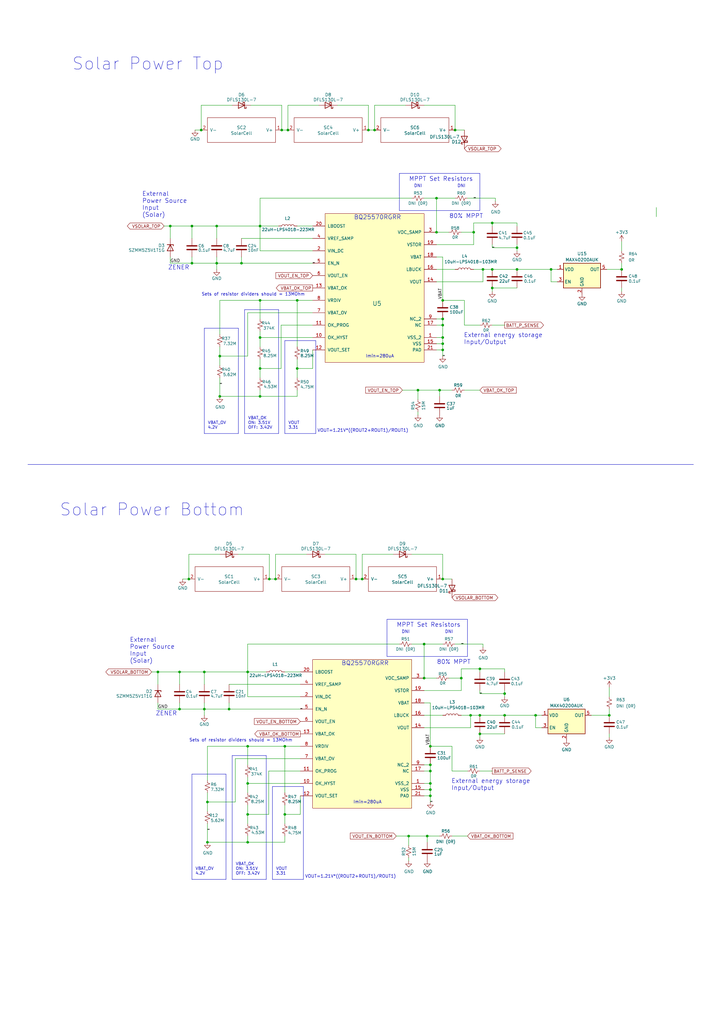
<source format=kicad_sch>
(kicad_sch (version 20231120) (generator "eeschema") (generator_version "8.0")
  (paper "A3" portrait)
  (title_block (title "ChipSat") (date "2024-04-16") (rev "1") (company "RExLab Carnegie Mellon University") (comment 1 "Z.Manchester") (comment 2 "N.Khera") (comment 3 "M.Holliday") (comment 4 "K.Kanavouras"))
  (lib_symbols
    (symbol "Analog_Switch:MAX40200AUK"
      (property "Reference" "U" (at -6.35 6.35 0))
      (property "Value" "MAX40200AUK" (at 7.62 6.35 0))
      (symbol "MAX40200AUK_1_1"
        (pin power_in line (at -10.16 2.54 0) (length 2.54) (name "VDD") (number "1"))
        (pin power_in line (at 0 -7.62 90) (length 2.54) (name "GND") (number "2"))
        (pin input line (at -10.16 -2.54 0) (length 2.54) (name "EN") (number "3"))
        (pin no_connect line (at 7.62 -2.54 180) (length 2.54) hide (name "NC") (number "4"))
        (pin passive line (at 10.16 2.54 180) (length 2.54) (name "OUT") (number "5"))
      )
    )
    (symbol "Device:C" (pin_numbers hide) (pin_names (offset 0.254))
      (property "Reference" "C" (at 0.635 2.54 0))
      (property "Value" "C" (at 0.635 -2.54 0))
      (symbol "C_1_1"
        (pin passive line (at 0 3.81 270) (length 2.794) (name "~") (number "1"))
        (pin passive line (at 0 -3.81 90) (length 2.794) (name "~") (number "2"))
      )
    )
    (symbol "Device:D_Schottky" (pin_numbers hide) (pin_names (offset 1.016) hide)
      (property "Reference" "D" (at 0 2.54 0))
      (property "Value" "D_Schottky" (at 0 -2.54 0))
      (symbol "D_Schottky_1_1"
        (pin passive line (at -3.81 0 0) (length 2.54) (name "K") (number "1"))
        (pin passive line (at 3.81 0 180) (length 2.54) (name "A") (number "2"))
      )
    )
    (symbol "Device:L" (pin_numbers hide) (pin_names (offset 1.016) hide)
      (property "Reference" "L" (at -1.27 0 90))
      (property "Value" "L" (at 1.905 0 90))
      (symbol "L_1_1"
        (pin passive line (at 0 3.81 270) (length 1.27) (name "1") (number "1"))
        (pin passive line (at 0 -3.81 90) (length 1.27) (name "2") (number "2"))
      )
    )
    (symbol "Device:R_Small_US" (pin_numbers hide) (pin_names (offset 0.254) hide)
      (property "Reference" "R" (at 0.762 0.508 0))
      (property "Value" "R_Small_US" (at 0.762 -1.016 0))
      (symbol "R_Small_US_1_1"
        (pin passive line (at 0 2.54 270) (length 1.016) (name "~") (number "1"))
        (pin passive line (at 0 -2.54 90) (length 1.016) (name "~") (number "2"))
      )
    )
    (symbol "Diode:Z1SMAxxx" (pin_numbers hide) (pin_names hide)
      (property "Reference" "D" (at 0 2.54 0))
      (property "Value" "Z1SMAxxx" (at 0 -2.54 0))
      (symbol "Z1SMAxxx_1_1"
        (pin passive line (at -3.81 0 0) (length 2.54) (name "K") (number "1"))
        (pin passive line (at 3.81 0 180) (length 2.54) (name "A") (number "2"))
      )
    )
    (symbol "power:+3V3" (power) (pin_names (offset 0))
      (property "Value" "+3V3" (at 0 3.556 0))
      (symbol "+3V3_1_1"
        (pin power_in line (at 0 0 90) (length 0) hide (name "+3V3") (number "1"))
      )
    )
    (symbol "power:GND" (power) (pin_names (offset 0))
      (property "Value" "GND" (at 0 -3.81 0))
      (symbol "GND_1_1"
        (pin power_in line (at 0 0 270) (length 0) hide (name "GND") (number "1"))
      )
    )
    (symbol "solarpanels:BQ25570RGRR" (pin_names (offset 1.016))
      (property "Reference" "U" (at 0 3.81 0))
      (property "Value" "BQ25570RGRR" (at 0 0 0))
      (symbol "BQ25570RGRR_1_0"
        (pin power_in line (at 25.4 -20.32 180) (length 5.08) (name "VSS_2") (number "1"))
        (pin input line (at -25.4 -20.32 0) (length 5.08) (name "OK_HYST") (number "10"))
        (pin input line (at -25.4 -15.24 0) (length 5.08) (name "OK_PROG") (number "11"))
        (pin input line (at -25.4 -25.4 0) (length 5.08) (name "VOUT_SET") (number "12"))
        (pin output line (at -25.4 0 0) (length 5.08) (name "VBAT_OK") (number "13"))
        (pin power_in line (at 25.4 2.54 180) (length 5.08) (name "VOUT") (number "14"))
        (pin power_in line (at 25.4 -22.86 180) (length 5.08) (name "VSS") (number "15"))
        (pin passive line (at 25.4 7.62 180) (length 5.08) (name "LBUCK") (number "16"))
        (pin passive line (at 25.4 -15.24 180) (length 5.08) (name "NC") (number "17"))
        (pin bidirectional line (at 25.4 12.7 180) (length 5.08) (name "VBAT") (number "18"))
        (pin power_in line (at 25.4 17.78 180) (length 5.08) (name "VSTOR") (number "19"))
        (pin power_in line (at -25.4 15.24 0) (length 5.08) (name "VIN_DC") (number "2"))
        (pin input line (at -25.4 25.4 0) (length 5.08) (name "LBOOST") (number "20"))
        (pin power_in line (at 25.4 -25.4 180) (length 5.08) (name "PAD") (number "21"))
        (pin input line (at 25.4 22.86 180) (length 5.08) (name "VOC_SAMP") (number "3"))
        (pin input line (at -25.4 20.32 0) (length 5.08) (name "VREF_SAMP") (number "4"))
        (pin input line (at -25.4 10.16 0) (length 5.08) (name "EN_N") (number "5"))
        (pin input line (at -25.4 5.08 0) (length 5.08) (name "VOUT_EN") (number "6"))
        (pin input line (at -25.4 -10.16 0) (length 5.08) (name "VBAT_OV") (number "7"))
        (pin output line (at -25.4 -5.08 0) (length 5.08) (name "VRDIV") (number "8"))
        (pin power_in line (at 25.4 -12.7 180) (length 5.08) (name "NC_2") (number "9"))
      )
    )
    (symbol "solarpanels:SolarCell_Small" (pin_names (offset 1.016))
      (property "Reference" "SC" (at 0 -1.27 0))
      (property "Value" "SolarCell_Small" (at 0 1.27 0))
      (symbol "SolarCell_Small_1_1"
        (pin bidirectional line (at -16.51 0 0) (length 2.54) (name "V+") (number "1"))
        (pin bidirectional line (at 16.51 0 180) (length 2.54) (name "V-") (number "2"))
      )
    )
  )
  (junction (at 181.61 237.49))
  (junction (at 121.92 151.13))
  (junction (at 121.92 123.19))
  (junction (at 101.6 275.59))
  (junction (at 82.55 53.34))
  (junction (at 85.09 328.93))
  (junction (at 189.23 278.13))
  (junction (at 83.82 290.83))
  (junction (at 196.85 300.99))
  (junction (at 78.74 92.71))
  (junction (at 207.01 284.48))
  (junction (at 219.71 293.37))
  (junction (at 181.61 130.81))
  (junction (at 73.66 290.83))
  (junction (at 176.53 316.23))
  (junction (at 148.59 237.49))
  (junction (at 194.31 95.25))
  (junction (at 64.77 275.59))
  (junction (at 201.93 118.11))
  (junction (at 113.03 237.49))
  (junction (at 180.34 160.02))
  (junction (at 175.26 342.9))
  (junction (at 179.07 95.25))
  (junction (at 153.67 53.34))
  (junction (at 212.09 101.6))
  (junction (at 176.53 326.39))
  (junction (at 106.68 151.13))
  (junction (at 176.53 323.85))
  (junction (at 101.6 321.31))
  (junction (at 198.12 110.49))
  (junction (at 181.61 123.19))
  (junction (at 69.85 92.71))
  (junction (at 78.74 107.95))
  (junction (at 99.06 107.95))
  (junction (at 249.936 293.37))
  (junction (at 93.98 290.83))
  (junction (at 201.93 91.44))
  (junction (at 101.6 306.07))
  (junction (at 201.93 110.49))
  (junction (at 101.6 345.44))
  (junction (at 181.61 133.35))
  (junction (at 110.49 237.49))
  (junction (at 176.53 306.07))
  (junction (at 181.61 140.97))
  (junction (at 193.04 293.37))
  (junction (at 173.99 264.16))
  (junction (at 101.6 334.01))
  (junction (at 181.61 138.43))
  (junction (at 85.09 345.44))
  (junction (at 115.57 53.34))
  (junction (at 176.53 321.31))
  (junction (at 226.06 110.49))
  (junction (at 207.01 293.37))
  (junction (at 106.68 123.19))
  (junction (at 90.17 162.56))
  (junction (at 77.47 237.49))
  (junction (at 151.13 53.34))
  (junction (at 212.09 110.49))
  (junction (at 173.99 278.13))
  (junction (at 83.82 275.59))
  (junction (at 116.84 334.01))
  (junction (at 196.85 274.32))
  (junction (at 181.61 143.51))
  (junction (at 106.68 138.43))
  (junction (at 146.05 237.49))
  (junction (at 88.9 92.71))
  (junction (at 106.68 162.56))
  (junction (at 73.66 275.59))
  (junction (at 196.85 293.37))
  (junction (at 118.11 53.34))
  (junction (at 255.016 110.49))
  (junction (at 116.84 306.07))
  (junction (at 167.64 342.9))
  (junction (at 88.9 107.95))
  (junction (at 179.07 81.28))
  (junction (at 176.53 313.69))
  (junction (at 171.45 160.02))
  (junction (at 186.69 53.34))
  (junction (at 106.68 92.71))
  (junction (at 90.17 146.05))
  (wire (pts (xy 194.31 100.33) (xy 179.07 100.33)))
  (polyline (pts (xy 158.75 254) (xy 191.77 254)))
  (wire (pts (xy 173.99 298.45) (xy 193.04 298.45)))
  (wire (pts (xy 101.6 275.59) (xy 109.22 275.59)))
  (polyline (pts (xy 109.22 309.88) (xy 109.22 360.68)))
  (wire (pts (xy 181.61 133.35) (xy 181.61 130.81)))
  (wire (pts (xy 212.09 102.87) (xy 212.09 101.6)))
  (wire (pts (xy 201.93 118.11) (xy 212.09 118.11)))
  (wire (pts (xy 88.9 107.95) (xy 88.9 110.49)))
  (wire (pts (xy 101.6 128.27) (xy 128.27 128.27)))
  (wire (pts (xy 242.57 293.37) (xy 249.936 293.37)))
  (polyline (pts (xy 97.79 177.8) (xy 83.82 177.8)))
  (wire (pts (xy 113.03 227.33) (xy 125.73 227.33)))
  (polyline (pts (xy 116.84 139.7) (xy 129.54 139.7)))
  (wire (pts (xy 167.64 342.9) (xy 167.64 346.71)))
  (wire (pts (xy 181.61 123.19) (xy 181.61 105.41)))
  (wire (pts (xy 77.47 227.33) (xy 90.17 227.33)))
  (wire (pts (xy 167.64 353.06) (xy 167.64 351.79)))
  (polyline (pts (xy 97.79 134.62) (xy 97.79 177.8)))
  (polyline (pts (xy 111.76 360.68) (xy 111.76 322.58)))
  (wire (pts (xy 78.74 92.71) (xy 78.74 97.79)))
  (wire (pts (xy 196.85 284.48) (xy 207.01 284.48)))
  (wire (pts (xy 167.64 342.9) (xy 175.26 342.9)))
  (wire (pts (xy 101.6 306.07) (xy 85.09 306.07)))
  (wire (pts (xy 96.52 311.15) (xy 123.19 311.15)))
  (wire (pts (xy 193.04 298.45) (xy 193.04 293.37)))
  (wire (pts (xy 99.06 105.41) (xy 99.06 107.95)))
  (wire (pts (xy 121.92 92.71) (xy 128.27 92.71)))
  (wire (pts (xy 191.77 81.28) (xy 203.2 81.28)))
  (wire (pts (xy 64.77 290.83) (xy 73.66 290.83)))
  (polyline (pts (xy 95.25 360.68) (xy 95.25 309.88)))
  (wire (pts (xy 106.68 102.87) (xy 128.27 102.87)))
  (wire (pts (xy 101.6 264.16) (xy 101.6 275.59)))
  (wire (pts (xy 176.53 328.93) (xy 176.53 326.39)))
  (wire (pts (xy 185.42 316.23) (xy 191.77 316.23)))
  (wire (pts (xy 194.31 91.44) (xy 201.93 91.44)))
  (wire (pts (xy 133.35 227.33) (xy 146.05 227.33)))
  (wire (pts (xy 181.61 146.05) (xy 181.61 143.51)))
  (polyline (pts (xy 83.82 134.62) (xy 97.79 134.62)))
  (polyline (pts (xy 196.85 86.36) (xy 163.83 86.36)))
  (wire (pts (xy 189.23 274.32) (xy 189.23 278.13)))
  (wire (pts (xy 194.31 91.44) (xy 194.31 95.25)))
  (wire (pts (xy 189.23 278.13) (xy 189.23 283.21)))
  (polyline (pts (xy 158.75 269.24) (xy 158.75 254)))
  (wire (pts (xy 116.84 306.07) (xy 101.6 306.07)))
  (polyline (pts (xy 163.83 71.12) (xy 196.85 71.12)))
  (wire (pts (xy 113.03 237.49) (xy 113.03 227.33)))
  (polyline (pts (xy 92.71 317.5) (xy 92.71 360.68)))
  (wire (pts (xy 106.68 92.71) (xy 106.68 102.87)))
  (wire (pts (xy 93.98 288.29) (xy 93.98 290.83)))
  (wire (pts (xy 196.85 293.37) (xy 207.01 293.37)))
  (wire (pts (xy 101.6 321.31) (xy 123.19 321.31)))
  (wire (pts (xy 173.99 278.13) (xy 173.99 264.16)))
  (wire (pts (xy 185.42 316.23) (xy 185.42 306.07)))
  (wire (pts (xy 88.9 105.41) (xy 88.9 107.95)))
  (wire (pts (xy 83.82 290.83) (xy 93.98 290.83)))
  (wire (pts (xy 176.53 326.39) (xy 176.53 323.85)))
  (wire (pts (xy 123.19 334.01) (xy 123.19 326.39)))
  (wire (pts (xy 179.07 110.49) (xy 186.69 110.49)))
  (wire (pts (xy 121.92 160.02) (xy 121.92 162.56)))
  (polyline (pts (xy 163.83 86.36) (xy 163.83 71.12)))
  (polyline (pts (xy 78.74 360.68) (xy 78.74 317.5)))
  (wire (pts (xy 175.26 342.9) (xy 175.26 345.44)))
  (wire (pts (xy 115.316 133.35) (xy 128.27 133.35)))
  (wire (pts (xy 85.09 306.07) (xy 85.09 320.04)))
  (wire (pts (xy 173.99 278.13) (xy 179.07 278.13)))
  (wire (pts (xy 249.936 300.99) (xy 249.936 302.387)))
  (wire (pts (xy 85.09 345.44) (xy 101.6 345.44)))
  (wire (pts (xy 101.6 330.2) (xy 101.6 334.01)))
  (wire (pts (xy 162.56 342.9) (xy 167.64 342.9)))
  (wire (pts (xy 128.27 123.19) (xy 121.92 123.19)))
  (wire (pts (xy 101.6 264.16) (xy 163.83 264.16)))
  (polyline (pts (xy 191.77 269.24) (xy 158.75 269.24)))
  (wire (pts (xy 249.936 281.94) (xy 249.936 285.75)))
  (wire (pts (xy 101.6 321.31) (xy 101.6 325.12)))
  (wire (pts (xy 196.85 300.99) (xy 196.85 302.387)))
  (wire (pts (xy 83.82 275.59) (xy 101.6 275.59)))
  (wire (pts (xy 101.6 318.77) (xy 101.6 321.31)))
  (wire (pts (xy 185.42 342.9) (xy 191.77 342.9)))
  (wire (pts (xy 78.74 105.41) (xy 78.74 107.95)))
  (wire (pts (xy 201.93 101.6) (xy 212.09 101.6)))
  (wire (pts (xy 189.23 293.37) (xy 193.04 293.37)))
  (wire (pts (xy 110.236 334.01) (xy 110.236 316.23)))
  (wire (pts (xy 198.12 110.49) (xy 201.93 110.49)))
  (wire (pts (xy 198.12 115.57) (xy 198.12 110.49)))
  (wire (pts (xy 173.99 43.18) (xy 186.69 43.18)))
  (wire (pts (xy 179.07 115.57) (xy 198.12 115.57)))
  (wire (pts (xy 180.34 160.02) (xy 185.42 160.02)))
  (wire (pts (xy 219.71 298.45) (xy 219.71 293.37)))
  (wire (pts (xy 121.92 151.13) (xy 128.27 151.13)))
  (wire (pts (xy 106.68 160.02) (xy 106.68 162.56)))
  (polyline (pts (xy 116.84 177.8) (xy 116.84 139.7)))
  (wire (pts (xy 201.93 133.35) (xy 207.01 133.35)))
  (wire (pts (xy 207.01 275.59) (xy 207.01 274.32)))
  (wire (pts (xy 73.66 275.59) (xy 73.66 280.67)))
  (wire (pts (xy 121.92 151.13) (xy 121.92 154.94)))
  (polyline (pts (xy 124.46 322.58) (xy 124.46 360.68)))
  (wire (pts (xy 176.53 316.23) (xy 176.53 313.69)))
  (wire (pts (xy 168.91 227.33) (xy 181.61 227.33)))
  (wire (pts (xy 173.99 326.39) (xy 176.53 326.39)))
  (wire (pts (xy 181.61 227.33) (xy 181.61 237.49)))
  (wire (pts (xy 196.85 316.23) (xy 201.93 316.23)))
  (wire (pts (xy 184.15 278.13) (xy 189.23 278.13)))
  (wire (pts (xy 248.92 110.49) (xy 255.016 110.49)))
  (wire (pts (xy 201.93 92.71) (xy 201.93 91.44)))
  (wire (pts (xy 201.93 91.44) (xy 212.09 91.44)))
  (wire (pts (xy 116.84 342.9) (xy 116.84 345.44)))
  (wire (pts (xy 181.61 130.81) (xy 179.07 130.81)))
  (wire (pts (xy 196.85 300.99) (xy 207.01 300.99)))
  (wire (pts (xy 90.17 162.56) (xy 106.68 162.56)))
  (wire (pts (xy 123.19 280.67) (xy 93.98 280.67)))
  (wire (pts (xy 196.85 275.59) (xy 196.85 274.32)))
  (wire (pts (xy 201.93 118.11) (xy 201.93 119.507)))
  (wire (pts (xy 90.17 146.05) (xy 90.17 149.86)))
  (wire (pts (xy 186.69 264.16) (xy 198.12 264.16)))
  (wire (pts (xy 110.236 316.23) (xy 123.19 316.23)))
  (wire (pts (xy 176.53 313.69) (xy 173.99 313.69)))
  (wire (pts (xy 179.07 140.97) (xy 181.61 140.97)))
  (wire (pts (xy 106.68 151.13) (xy 106.68 154.94)))
  (wire (pts (xy 190.5 133.35) (xy 190.5 123.19)))
  (wire (pts (xy 179.07 143.51) (xy 181.61 143.51)))
  (polyline (pts (xy 129.54 139.7) (xy 129.54 177.8)))
  (wire (pts (xy 148.59 227.33) (xy 161.29 227.33)))
  (wire (pts (xy 173.99 264.16) (xy 181.61 264.16)))
  (wire (pts (xy 83.82 290.83) (xy 83.82 293.37)))
  (wire (pts (xy 175.26 342.9) (xy 180.34 342.9)))
  (wire (pts (xy 128.27 151.13) (xy 128.27 143.51)))
  (polyline (pts (xy 11.43 190.5) (xy 284.48 190.5)))
  (wire (pts (xy 106.68 138.43) (xy 128.27 138.43)))
  (wire (pts (xy 190.5 133.35) (xy 196.85 133.35)))
  (wire (pts (xy 203.2 81.28) (xy 203.2 82.55)))
  (wire (pts (xy 85.09 325.12) (xy 85.09 328.93)))
  (wire (pts (xy 212.09 100.33) (xy 212.09 101.6)))
  (wire (pts (xy 212.09 110.49) (xy 226.06 110.49)))
  (wire (pts (xy 115.57 43.18) (xy 115.57 53.34)))
  (wire (pts (xy 181.61 138.43) (xy 181.61 133.35)))
  (polyline (pts (xy 124.46 360.68) (xy 111.76 360.68)))
  (wire (pts (xy 185.42 306.07) (xy 176.53 306.07)))
  (wire (pts (xy 171.45 170.18) (xy 171.45 168.91)))
  (wire (pts (xy 121.92 123.19) (xy 106.68 123.19)))
  (wire (pts (xy 102.87 43.18) (xy 115.57 43.18)))
  (wire (pts (xy 171.45 160.02) (xy 180.34 160.02)))
  (wire (pts (xy 212.09 92.71) (xy 212.09 91.44)))
  (wire (pts (xy 82.55 53.34) (xy 82.55 43.18)))
  (wire (pts (xy 153.67 43.18) (xy 166.37 43.18)))
  (wire (pts (xy 93.98 290.83) (xy 123.19 290.83)))
  (wire (pts (xy 101.6 306.07) (xy 101.6 313.69)))
  (wire (pts (xy 118.11 43.18) (xy 130.81 43.18)))
  (wire (pts (xy 255.016 107.95) (xy 255.016 110.49)))
  (wire (pts (xy 78.74 92.71) (xy 88.9 92.71)))
  (polyline (pts (xy 92.71 360.68) (xy 78.74 360.68)))
  (wire (pts (xy 101.6 342.9) (xy 101.6 345.44)))
  (wire (pts (xy 146.05 237.49) (xy 148.59 237.49)))
  (wire (pts (xy 219.71 293.37) (xy 222.25 293.37)))
  (wire (pts (xy 115.316 151.13) (xy 115.316 133.35)))
  (wire (pts (xy 190.5 160.02) (xy 196.85 160.02)))
  (wire (pts (xy 189.23 283.21) (xy 173.99 283.21)))
  (wire (pts (xy 83.82 288.29) (xy 83.82 290.83)))
  (wire (pts (xy 207.01 285.75) (xy 207.01 284.48)))
  (wire (pts (xy 179.07 95.25) (xy 179.07 81.28)))
  (wire (pts (xy 196.85 274.32) (xy 207.01 274.32)))
  (wire (pts (xy 153.67 53.34) (xy 153.67 43.18)))
  (polyline (pts (xy 100.33 127) (xy 114.3 127)))
  (wire (pts (xy 181.61 143.51) (xy 181.61 140.97)))
  (polyline (pts (xy 129.54 177.8) (xy 116.84 177.8)))
  (wire (pts (xy 106.68 138.43) (xy 106.68 142.24)))
  (wire (pts (xy 88.9 92.71) (xy 106.68 92.71)))
  (wire (pts (xy 226.06 115.57) (xy 226.06 110.49)))
  (wire (pts (xy 255.016 99.06) (xy 255.016 102.87)))
  (polyline (pts (xy 196.85 71.12) (xy 196.85 86.36)))
  (wire (pts (xy 83.82 280.67) (xy 83.82 275.59)))
  (wire (pts (xy 106.68 162.56) (xy 121.92 162.56)))
  (polyline (pts (xy 191.77 254) (xy 191.77 269.24)))
  (wire (pts (xy 101.6 285.75) (xy 123.19 285.75)))
  (wire (pts (xy 90.17 123.19) (xy 90.17 137.16)))
  (wire (pts (xy 207.01 293.37) (xy 219.71 293.37)))
  (wire (pts (xy 69.85 105.41) (xy 69.85 107.95)))
  (wire (pts (xy 90.17 142.24) (xy 90.17 146.05)))
  (wire (pts (xy 67.31 92.71) (xy 69.85 92.71)))
  (wire (pts (xy 64.77 275.59) (xy 64.77 280.67)))
  (wire (pts (xy 180.34 160.02) (xy 180.34 162.56)))
  (polyline (pts (xy 78.74 317.5) (xy 92.71 317.5)))
  (wire (pts (xy 181.61 237.49) (xy 185.42 237.49)))
  (wire (pts (xy 226.06 110.49) (xy 228.6 110.49)))
  (wire (pts (xy 99.06 107.95) (xy 128.27 107.95)))
  (polyline (pts (xy 109.22 360.68) (xy 95.25 360.68)))
  (wire (pts (xy 62.23 275.59) (xy 64.77 275.59)))
  (wire (pts (xy 194.31 95.25) (xy 194.31 100.33)))
  (wire (pts (xy 146.05 227.33) (xy 146.05 237.49)))
  (wire (pts (xy 190.5 123.19) (xy 181.61 123.19)))
  (wire (pts (xy 88.9 97.79) (xy 88.9 92.71)))
  (wire (pts (xy 88.9 107.95) (xy 99.06 107.95)))
  (wire (pts (xy 193.04 293.37) (xy 196.85 293.37)))
  (wire (pts (xy 198.12 264.16) (xy 198.12 265.43)))
  (wire (pts (xy 97.79 227.33) (xy 110.49 227.33)))
  (wire (pts (xy 176.53 321.31) (xy 176.53 316.23)))
  (wire (pts (xy 73.66 275.59) (xy 83.82 275.59)))
  (wire (pts (xy 121.92 147.32) (xy 121.92 151.13)))
  (wire (pts (xy 96.52 328.93) (xy 96.52 311.15)))
  (wire (pts (xy 106.68 147.32) (xy 106.68 151.13)))
  (wire (pts (xy 165.1 160.02) (xy 171.45 160.02)))
  (wire (pts (xy 186.69 53.34) (xy 190.5 53.34)))
  (wire (pts (xy 269.24 85.09) (xy 269.24 88.9)))
  (wire (pts (xy 228.6 115.57) (xy 226.06 115.57)))
  (wire (pts (xy 74.93 237.49) (xy 77.47 237.49)))
  (wire (pts (xy 118.11 53.34) (xy 118.11 43.18)))
  (wire (pts (xy 196.85 283.21) (xy 196.85 284.48)))
  (wire (pts (xy 176.53 306.07) (xy 176.53 288.29)))
  (wire (pts (xy 106.68 123.19) (xy 106.68 130.81)))
  (wire (pts (xy 148.59 237.49) (xy 148.59 227.33)))
  (wire (pts (xy 106.68 81.28) (xy 168.91 81.28)))
  (wire (pts (xy 194.31 110.49) (xy 198.12 110.49)))
  (wire (pts (xy 101.6 345.44) (xy 116.84 345.44)))
  (wire (pts (xy 101.6 334.01) (xy 110.236 334.01)))
  (wire (pts (xy 222.25 298.45) (xy 219.71 298.45)))
  (wire (pts (xy 73.66 290.83) (xy 83.82 290.83)))
  (wire (pts (xy 121.92 123.19) (xy 121.92 142.24)))
  (wire (pts (xy 116.84 330.2) (xy 116.84 334.01)))
  (wire (pts (xy 69.85 92.71) (xy 69.85 97.79)))
  (wire (pts (xy 128.27 97.79) (xy 99.06 97.79)))
  (wire (pts (xy 101.6 146.05) (xy 101.6 128.27)))
  (wire (pts (xy 173.99 321.31) (xy 176.53 321.31)))
  (polyline (pts (xy 100.33 177.8) (xy 100.33 127)))
  (wire (pts (xy 189.23 95.25) (xy 194.31 95.25)))
  (wire (pts (xy 138.43 43.18) (xy 151.13 43.18)))
  (wire (pts (xy 171.45 160.02) (xy 171.45 163.83)))
  (wire (pts (xy 106.68 135.89) (xy 106.68 138.43)))
  (wire (pts (xy 90.17 146.05) (xy 101.6 146.05)))
  (wire (pts (xy 123.19 306.07) (xy 116.84 306.07)))
  (wire (pts (xy 77.47 237.49) (xy 77.47 227.33)))
  (wire (pts (xy 173.99 293.37) (xy 181.61 293.37)))
  (wire (pts (xy 255.016 118.11) (xy 255.016 119.507)))
  (wire (pts (xy 189.23 274.32) (xy 196.85 274.32)))
  (wire (pts (xy 186.69 43.18) (xy 186.69 53.34)))
  (wire (pts (xy 179.07 133.35) (xy 181.61 133.35)))
  (wire (pts (xy 181.61 140.97) (xy 181.61 138.43)))
  (wire (pts (xy 64.77 288.29) (xy 64.77 290.83)))
  (wire (pts (xy 73.66 288.29) (xy 73.66 290.83)))
  (wire (pts (xy 181.61 105.41) (xy 179.07 105.41)))
  (wire (pts (xy 101.6 334.01) (xy 101.6 337.82)))
  (wire (pts (xy 207.01 283.21) (xy 207.01 284.48)))
  (wire (pts (xy 176.53 323.85) (xy 176.53 321.31)))
  (polyline (pts (xy 114.3 177.8) (xy 100.33 177.8)))
  (wire (pts (xy 110.49 237.49) (xy 113.03 237.49)))
  (wire (pts (xy 106.68 81.28) (xy 106.68 92.71)))
  (wire (pts (xy 85.09 328.93) (xy 85.09 332.74)))
  (wire (pts (xy 90.17 154.94) (xy 90.17 162.56)))
  (wire (pts (xy 116.84 334.01) (xy 116.84 337.82)))
  (wire (pts (xy 85.09 328.93) (xy 96.52 328.93)))
  (wire (pts (xy 116.84 306.07) (xy 116.84 325.12)))
  (polyline (pts (xy 111.76 322.58) (xy 124.46 322.58)))
  (wire (pts (xy 173.99 323.85) (xy 176.53 323.85)))
  (wire (pts (xy 176.53 288.29) (xy 173.99 288.29)))
  (wire (pts (xy 78.74 107.95) (xy 88.9 107.95)))
  (wire (pts (xy 82.55 43.18) (xy 95.25 43.18)))
  (wire (pts (xy 106.68 123.19) (xy 90.17 123.19)))
  (wire (pts (xy 249.936 290.83) (xy 249.936 293.37)))
  (polyline (pts (xy 95.25 309.88) (xy 109.22 309.88)))
  (wire (pts (xy 168.91 264.16) (xy 173.99 264.16)))
  (wire (pts (xy 173.99 81.28) (xy 179.07 81.28)))
  (wire (pts (xy 116.84 334.01) (xy 123.19 334.01)))
  (wire (pts (xy 116.84 275.59) (xy 123.19 275.59)))
  (wire (pts (xy 85.09 337.82) (xy 85.09 345.44)))
  (wire (pts (xy 179.07 138.43) (xy 181.61 138.43)))
  (wire (pts (xy 80.01 53.34) (xy 82.55 53.34)))
  (wire (pts (xy 106.68 92.71) (xy 114.3 92.71)))
  (wire (pts (xy 179.07 81.28) (xy 186.69 81.28)))
  (wire (pts (xy 106.68 151.13) (xy 115.316 151.13)))
  (wire (pts (xy 110.49 227.33) (xy 110.49 237.49)))
  (wire (pts (xy 201.93 110.49) (xy 212.09 110.49)))
  (wire (pts (xy 201.93 100.33) (xy 201.93 101.6)))
  (wire (pts (xy 179.07 95.25) (xy 184.15 95.25)))
  (polyline (pts (xy 114.3 127) (xy 114.3 177.8)))
  (wire (pts (xy 64.77 275.59) (xy 73.66 275.59)))
  (wire (pts (xy 151.13 53.34) (xy 153.67 53.34)))
  (wire (pts (xy 115.57 53.34) (xy 118.11 53.34)))
  (wire (pts (xy 151.13 43.18) (xy 151.13 53.34)))
  (polyline (pts (xy 83.82 177.8) (xy 83.82 134.62)))
  (wire (pts (xy 249.936 293.37) (xy 250.19 293.37)))
  (wire (pts (xy 69.85 92.71) (xy 78.74 92.71)))
  (wire (pts (xy 101.6 275.59) (xy 101.6 285.75)))
  (wire (pts (xy 69.85 107.95) (xy 78.74 107.95)))
  (wire (pts (xy 173.99 316.23) (xy 176.53 316.23)))
  (text "MPPT Set Resistors " (at 167.767 74.549 0) (effects (font (size 1.778 1.778)) (justify left bottom)))
  (text "80% MPPT " (at 179.197 272.669 0) (effects (font (size 1.778 1.778)) (justify left bottom)))
  (text "VOUT=1.21V*((ROUT2+ROUT1)/ROUT1)" (at 130.175 177.419 0) (effects (font (size 1.27 1.27)) (justify left bottom)))
  (text "VOUT=1.21V*((ROUT2+ROUT1)/ROUT1)" (at 125.095 360.299 0) (effects (font (size 1.27 1.27)) (justify left bottom)))
  (text "VBAT_OK\nON: 3.51V\nOFF: 3.42V" (at 96.647 359.029 0) (effects (font (size 1.2 1.2)) (justify left bottom)))
  (text "80% MPPT " (at 184.277 89.789 0) (effects (font (size 1.778 1.778)) (justify left bottom)))
  (text "Imin=280uA" (at 149.987 146.939 0) (effects (font (size 1.27 1.27)) (justify left bottom)))
  (text "VOUT\n3.31" (at 113.157 359.029 0) (effects (font (size 1.2 1.2)) (justify left bottom)))
  (text "BQ25570RGRR" (at 140.081 273.177 0) (effects (font (size 1.778 1.778)) (justify left bottom)))
  (text "ZENER" (at 68.961 110.871 0) (effects (font (size 1.778 1.778)) (justify left bottom)))
  (text "VBAT_OV\n4.2V" (at 80.137 359.029 0) (effects (font (size 1.2 1.2)) (justify left bottom)))
  (text "DNI" (at 169.799 77.089 0) (effects (font (size 1.27 1.27)) (justify left bottom)))
  (text "VOUT\n3.31" (at 118.237 176.149 0) (effects (font (size 1.2 1.2)) (justify left bottom)))
  (text "External\nPower Source\nInput\n(Solar)" (at 58.293 89.281 0) (effects (font (size 1.778 1.778)) (justify left bottom)))
  (text "DNI" (at 164.719 259.969 0) (effects (font (size 1.27 1.27)) (justify left bottom)))
  (text "ZENER" (at 63.881 293.751 0) (effects (font (size 1.778 1.778)) (justify left bottom)))
  (text "External energy storage\nInput/Output" (at 185.166 324.358 0) (effects (font (size 1.778 1.778)) (justify left bottom)))
  (text "DNI" (at 187.579 77.089 0) (effects (font (size 1.27 1.27)) (justify left bottom)))
  (text "VBAT_OV\n4.2V" (at 85.217 176.149 0) (effects (font (size 1.2 1.2)) (justify left bottom)))
  (text "MPPT Set Resistors " (at 162.687 257.429 0) (effects (font (size 1.778 1.778)) (justify left bottom)))
  (text "VBAT_OK\nON: 3.51V\nOFF: 3.42V" (at 101.727 176.149 0) (effects (font (size 1.2 1.2)) (justify left bottom)))
  (text "Solar Power Bottom" (at 24.384 212.09 0) (effects (font (size 5 5)) (justify left bottom)))
  (text "Sets of resistor dividers should = 13MOhm" (at 77.597 304.419 0) (effects (font (size 1.27 1.27)) (justify left bottom)))
  (text "External\nPower Source\nInput\n(Solar)" (at 53.213 272.161 0) (effects (font (size 1.778 1.778)) (justify left bottom)))
  (text "External energy storage\nInput/Output" (at 190.246 141.478 0) (effects (font (size 1.778 1.778)) (justify left bottom)))
  (text "DNI" (at 182.499 259.969 0) (effects (font (size 1.27 1.27)) (justify left bottom)))
  (text "Solar Power Top" (at 29.464 29.21 0) (effects (font (size 5 5)) (justify left bottom)))
  (text "Sets of resistor dividers should = 13MOhm" (at 82.677 121.539 0) (effects (font (size 1.27 1.27)) (justify left bottom)))
  (text "BQ25570RGRR" (at 145.161 90.297 0) (effects (font (size 1.778 1.778)) (justify left bottom)))
  (text "Imin=280uA" (at 144.907 329.819 0) (effects (font (size 1.27 1.27)) (justify left bottom)))
  (label "GND" (at 194.31 81.28 0) (effects (font (size 0.254 0.254))))
  (label "GND" (at 85.09 340.36 0) (effects (font (size 0.254 0.254))))
  (label "VBAT" (at 181.61 118.11 270))
  (label "GND" (at 201.93 101.6 0) (effects (font (size 0.254 0.254))))
  (label "GND" (at 181.61 146.05 0) (effects (font (size 0.254 0.254))))
  (label "GND" (at 90.17 157.48 0) (effects (font (size 0.254 0.254))))
  (label "GND" (at 196.85 284.48 0) (effects (font (size 0.254 0.254))))
  (label "GND" (at 176.53 328.93 0) (effects (font (size 0.254 0.254))))
  (label "GND" (at 64.77 290.83 0))
  (label "GND" (at 189.23 264.16 0) (effects (font (size 0.254 0.254))))
  (label "GND" (at 128.27 107.95 0) (effects (font (size 0.254 0.254))))
  (label "GND" (at 69.85 107.95 0))
  (label "GND" (at 123.19 290.83 0) (effects (font (size 0.254 0.254))))
  (label "VBAT" (at 176.53 300.99 270))
  (global_label "VBAT_OK_TOP" (shape output) (at 128.27 118.11 180) (property "Intersheetrefs" "${INTERSHEET_REFS}" (effects (hide yes))))
  (global_label "VSOLAR_TOP" (shape bidirectional) (at 190.5 60.96 0) (property "Intersheetrefs" "${INTERSHEET_REFS}" (effects (hide yes))))
  (global_label "VOUT_EN_TOP" (shape input) (at 128.27 113.03 180) (property "Intersheetrefs" "${INTERSHEET_REFS}" (effects (hide yes))))
  (global_label "VBAT_OK_TOP" (shape input) (at 196.85 160.02 0) (property "Intersheetrefs" "${INTERSHEET_REFS}" (effects (hide yes))))
  (global_label "VSOLAR_BOTTOM" (shape bidirectional) (at 62.23 275.59 180) (property "Intersheetrefs" "${INTERSHEET_REFS}" (effects (hide yes))))
  (global_label "VSOLAR_BOTTOM" (shape bidirectional) (at 185.42 245.11 0) (property "Intersheetrefs" "${INTERSHEET_REFS}" (effects (hide yes))))
  (global_label "VBAT_OK_BOTTOM" (shape input) (at 191.77 342.9 0) (property "Intersheetrefs" "${INTERSHEET_REFS}" (effects (hide yes))))
  (global_label "VSOLAR_TOP" (shape bidirectional) (at 67.31 92.71 180) (property "Intersheetrefs" "${INTERSHEET_REFS}" (effects (hide yes))))
  (global_label "VOUT_EN_TOP" (shape input) (at 165.1 160.02 180) (property "Intersheetrefs" "${INTERSHEET_REFS}" (effects (hide yes))))
  (global_label "BATT_P_SENSE" (shape output) (at 201.93 316.23 0) (property "Intersheetrefs" "${INTERSHEET_REFS}" (effects (hide yes))))
  (global_label "VOUT_EN_BOTTOM" (shape input) (at 162.56 342.9 180) (property "Intersheetrefs" "${INTERSHEET_REFS}" (effects (hide yes))))
  (global_label "BATT_P_SENSE" (shape output) (at 207.01 133.35 0) (property "Intersheetrefs" "${INTERSHEET_REFS}" (effects (hide yes))))
  (global_label "VOUT_EN_BOTTOM" (shape input) (at 123.19 295.91 180) (property "Intersheetrefs" "${INTERSHEET_REFS}" (effects (hide yes))))
  (global_label "VBAT_OK_BOTTOM" (shape output) (at 123.19 300.99 180) (property "Intersheetrefs" "${INTERSHEET_REFS}" (effects (hide yes))))
  (symbol (lib_id "Device:C") (at 180.34 166.37 0) (unit 1)
    (property "Reference" "C37" (at 183.134 165.608 0) (effects (font (size 1.2 1.2)) (justify left)))
    (property "Value" "1uF" (at 183.134 167.386 0) (effects (font (size 1.2 1.2)) (justify left)))
    (property "Footprint" "Capacitor_SMD:C_0603_1608Metric" (effects (hide yes)))
  )
  (symbol (lib_id "power:+3V3") (at 249.936 281.94 0) (unit 1)
    (property "Reference" "#PWR067" (effects (hide yes)))
    (property "Value" "+3V3" (at 249.936 278.13 0))
  )
  (symbol (lib_id "power:GND") (at 181.61 146.05 0) (unit 1)
    (property "Reference" "#PWR048" (effects (hide yes)))
    (property "Value" "GND" (at 181.737 150.4442 0))
  )
  (symbol (lib_id "Device:R_Small_US") (at 101.6 316.23 180) (unit 1)
    (property "Reference" "R41" (at 104.013 314.706 0) (effects (font (size 1.2 1.2)) (justify bottom)))
    (property "Value" "374K" (at 105.283 318.135 0) (effects (font (size 1.2 1.2)) (justify top)))
    (property "Footprint" "Resistor_SMD:R_0603_1608Metric" (effects (hide yes)))
  )
  (symbol (lib_id "Device:R_Small_US") (at 171.45 166.37 0) (unit 1)
    (property "Reference" "R54" (at 169.418 166.37 90) (effects (font (size 1.2 1.2))))
    (property "Value" "15M" (at 173.736 166.37 90) (effects (font (size 1.2 1.2))))
    (property "Footprint" "Resistor_SMD:R_0603_1608Metric" (effects (hide yes)))
  )
  (symbol (lib_id "power:GND") (at 171.45 170.18 0) (unit 1)
    (property "Reference" "#PWR023" (effects (hide yes)))
    (property "Value" "GND" (at 171.577 174.5742 0))
  )
  (symbol (lib_id "Device:D_Schottky") (at 190.5 57.15 90) (unit 1)
    (property "Reference" "D12" (at 187.198 58.166 90))
    (property "Value" "DFLS130L-7" (at 182.372 56.134 90))
    (property "Footprint" "Diode_SMD:D_PowerDI-123" (effects (hide yes)))
  )
  (symbol (lib_id "Device:C") (at 201.93 96.52 0) (unit 1)
    (property "Reference" "C41" (at 204.47 95.504 0) (effects (font (size 1.2 1.2)) (justify left)))
    (property "Value" "4.7uF" (at 204.47 97.536 0) (effects (font (size 1.2 1.2)) (justify left)))
    (property "Footprint" "Capacitor_SMD:C_0603_1608Metric" (effects (hide yes)))
  )
  (symbol (lib_id "Device:R_Small_US") (at 90.17 152.4 180) (unit 1)
    (property "Reference" "R40" (at 92.71 150.876 0) (effects (font (size 1.2 1.2)) (justify bottom)))
    (property "Value" "5.62M" (at 94.234 154.305 0) (effects (font (size 1.2 1.2)) (justify top)))
    (property "Footprint" "Resistor_SMD:R_0603_1608Metric" (effects (hide yes)))
  )
  (symbol (lib_id "solarpanels:SolarCell_Small") (at 165.1 237.49 0) (mirror y) (unit 1)
    (property "Reference" "SC5" (at 165.1 236.474 0))
    (property "Value" "SolarCell" (at 165.1 238.7854 0))
    (property "Footprint" "solarpanels:KXOB25-05X3F" (effects (hide yes)))
  )
  (symbol (lib_id "Device:R_Small_US") (at 90.17 139.7 180) (unit 1)
    (property "Reference" "R37" (at 92.71 138.176 0) (effects (font (size 1.2 1.2)) (justify bottom)))
    (property "Value" "7.32M" (at 94.234 141.605 0) (effects (font (size 1.2 1.2)) (justify top)))
    (property "Footprint" "Resistor_SMD:R_0603_1608Metric" (effects (hide yes)))
  )
  (symbol (lib_id "Device:C") (at 255.016 114.3 0) (unit 1)
    (property "Reference" "C48" (at 257.81 113.284 0) (effects (font (size 1.2 1.2)) (justify left)))
    (property "Value" "0.1uF" (at 257.81 115.316 0) (effects (font (size 1.2 1.2)) (justify left)))
    (property "Footprint" "Capacitor_SMD:C_0603_1608Metric" (effects (hide yes)))
  )
  (symbol (lib_id "Device:D_Schottky") (at 93.98 227.33 180) (unit 1)
    (property "Reference" "D5" (at 93.98 223.012 0))
    (property "Value" "DFLS130L-7" (at 93.98 225.044 0))
    (property "Footprint" "Diode_SMD:D_PowerDI-123" (effects (hide yes)))
  )
  (symbol (lib_id "Device:R_Small_US") (at 171.45 81.28 270) (unit 1)
    (property "Reference" "R53" (at 171.45 79.883 90) (effects (font (size 1.2 1.2)) (justify bottom)))
    (property "Value" "DNI (0R)" (at 171.45 82.677 90) (effects (font (size 1.2 1.2)) (justify top)))
    (property "Footprint" "Resistor_SMD:R_0603_1608Metric" (effects (hide yes)))
    (property "DNI" "DNI" (effects (hide yes)))
  )
  (symbol (lib_id "power:GND") (at 176.53 328.93 0) (unit 1)
    (property "Reference" "#PWR031" (effects (hide yes)))
    (property "Value" "GND" (at 176.657 333.3242 0))
  )
  (symbol (lib_id "Device:D_Schottky") (at 185.42 241.3 90) (unit 1)
    (property "Reference" "D11" (at 182.118 242.316 90))
    (property "Value" "DFLS130L-7" (at 177.292 240.284 90))
    (property "Footprint" "Diode_SMD:D_PowerDI-123" (effects (hide yes)))
  )
  (symbol (lib_id "Device:R_Small_US") (at 181.61 278.13 270) (unit 1)
    (property "Reference" "R55" (at 181.61 277.114 90) (effects (font (size 1.2 1.2)) (justify bottom)))
    (property "Value" "0R" (at 181.61 279.527 90) (effects (font (size 1.2 1.2)) (justify top)))
    (property "Footprint" "Resistor_SMD:R_0603_1608Metric" (effects (hide yes)))
  )
  (symbol (lib_id "Device:R_Small_US") (at 255.016 105.41 0) (unit 1)
    (property "Reference" "R64" (at 257.81 104.1399 0) (effects (font (size 1.2 1.2)) (justify left)))
    (property "Value" "0R" (at 257.81 106.6799 0) (effects (font (size 1.2 1.2)) (justify left)))
    (property "Footprint" "Resistor_SMD:R_0603_1608Metric" (effects (hide yes)))
  )
  (symbol (lib_id "Device:C") (at 212.09 96.52 0) (unit 1)
    (property "Reference" "C45" (at 214.63 95.504 0) (effects (font (size 1.2 1.2)) (justify left)))
    (property "Value" "0.1uF" (at 214.63 97.536 0) (effects (font (size 1.2 1.2)) (justify left)))
    (property "Footprint" "Capacitor_SMD:C_0603_1608Metric" (effects (hide yes)))
  )
  (symbol (lib_id "power:GND") (at 232.41 303.53 0) (unit 1)
    (property "Reference" "#PWR059" (effects (hide yes)))
    (property "Value" "GND" (at 232.41 307.467 0))
  )
  (symbol (lib_id "Device:C") (at 207.01 279.4 0) (unit 1)
    (property "Reference" "C43" (at 209.55 278.384 0) (effects (font (size 1.2 1.2)) (justify left)))
    (property "Value" "0.1uF" (at 209.55 280.416 0) (effects (font (size 1.2 1.2)) (justify left)))
    (property "Footprint" "Capacitor_SMD:C_0603_1608Metric" (effects (hide yes)))
  )
  (symbol (lib_id "power:GND") (at 180.34 170.18 0) (unit 1)
    (property "Reference" "#PWR032" (effects (hide yes)))
    (property "Value" "GND" (at 180.467 174.5742 0))
  )
  (symbol (lib_id "Device:R_Small_US") (at 189.23 81.28 270) (unit 1)
    (property "Reference" "R60" (at 189.23 79.883 90) (effects (font (size 1.2 1.2)) (justify bottom)))
    (property "Value" "DNI (0R)" (at 189.23 82.677 90) (effects (font (size 1.2 1.2)) (justify top)))
    (property "Footprint" "Resistor_SMD:R_0603_1608Metric" (effects (hide yes)))
    (property "DNI" "DNI" (effects (hide yes)))
  )
  (symbol (lib_id "solarpanels:SolarCell_Small") (at 134.62 53.34 0) (mirror y) (unit 1)
    (property "Reference" "SC4" (at 134.62 52.324 0))
    (property "Value" "SolarCell" (at 134.62 54.6354 0))
    (property "Footprint" "solarpanels:KXOB25-05X3F" (effects (hide yes)))
  )
  (symbol (lib_id "power:GND") (at 212.09 102.87 0) (unit 1)
    (property "Reference" "#PWR058" (effects (hide yes)))
    (property "Value" "GND" (at 212.09 106.553 0))
  )
  (symbol (lib_id "power:GND") (at 85.09 345.44 0) (unit 1)
    (property "Reference" "#PWR016" (effects (hide yes)))
    (property "Value" "GND" (at 85.217 349.8342 0))
  )
  (symbol (lib_id "Device:R_Small_US") (at 187.96 160.02 270) (unit 1)
    (property "Reference" "R59" (at 187.96 157.988 90) (effects (font (size 1.2 1.2))))
    (property "Value" "0R" (at 187.96 162.306 90) (effects (font (size 1.2 1.2))))
    (property "Footprint" "Resistor_SMD:R_0603_1608Metric" (effects (hide yes)))
  )
  (symbol (lib_id "power:GND") (at 74.93 237.49 0) (unit 1)
    (property "Reference" "#PWR013" (effects (hide yes)))
    (property "Value" "GND" (at 74.93 241.173 0))
  )
  (symbol (lib_id "power:GND") (at 196.85 302.387 0) (unit 1)
    (property "Reference" "#PWR049" (effects (hide yes)))
    (property "Value" "GND" (at 196.85 306.324 0))
  )
  (symbol (lib_id "Device:R_Small_US") (at 184.15 264.16 270) (unit 1)
    (property "Reference" "R57" (at 184.15 262.763 90) (effects (font (size 1.2 1.2)) (justify bottom)))
    (property "Value" "DNI (0R)" (at 184.15 265.557 90) (effects (font (size 1.2 1.2)) (justify top)))
    (property "Footprint" "Resistor_SMD:R_0603_1608Metric" (effects (hide yes)))
    (property "DNI" "DNI" (effects (hide yes)))
  )
  (symbol (lib_id "Device:C") (at 207.01 297.18 0) (unit 1)
    (property "Reference" "C44" (at 209.804 296.164 0) (effects (font (size 1.2 1.2)) (justify left)))
    (property "Value" "0.1uF" (at 209.804 298.196 0) (effects (font (size 1.2 1.2)) (justify left)))
    (property "Footprint" "Capacitor_SMD:C_0603_1608Metric" (effects (hide yes)))
  )
  (symbol (lib_id "Device:C") (at 175.26 349.25 0) (unit 1)
    (property "Reference" "C25" (at 178.054 348.488 0) (effects (font (size 1.2 1.2)) (justify left)))
    (property "Value" "1uF" (at 178.054 350.266 0) (effects (font (size 1.2 1.2)) (justify left)))
    (property "Footprint" "Capacitor_SMD:C_0603_1608Metric" (effects (hide yes)))
  )
  (symbol (lib_id "solarpanels:BQ25570RGRR") (at 153.67 118.11 0) (unit 1)
    (property "Reference" "U5" (at 152.7556 125.5014 0) (effects (font (size 1.7526 1.7526)) (justify left bottom)))
    (property "Value" "BQ25570RGRR" (effects (hide yes)))
    (property "Footprint" "solarpanels:QFN50P350X350X100-21N-D" (effects (hide yes)))
  )
  (symbol (lib_id "power:GND") (at 238.76 120.65 0) (unit 1)
    (property "Reference" "#PWR060" (effects (hide yes)))
    (property "Value" "GND" (at 238.76 124.587 0))
  )
  (symbol (lib_id "Device:R_Small_US") (at 199.39 133.35 270) (unit 1)
    (property "Reference" "R62" (at 199.39 132.207 90) (effects (font (size 1.2 1.2)) (justify bottom)))
    (property "Value" "0R" (at 199.39 134.747 90) (effects (font (size 1.2 1.2)) (justify top)))
    (property "Footprint" "Resistor_SMD:R_0603_1608Metric" (effects (hide yes)))
  )
  (symbol (lib_id "Device:R_Small_US") (at 121.92 157.48 180) (unit 1)
    (property "Reference" "R50" (at 124.968 155.956 0) (effects (font (size 1.2 1.2)) (justify bottom)))
    (property "Value" "4.75M" (at 125.984 159.385 0) (effects (font (size 1.2 1.2)) (justify top)))
    (property "Footprint" "Resistor_SMD:R_0603_1608Metric" (effects (hide yes)))
  )
  (symbol (lib_id "Device:L") (at 113.03 275.59 90) (unit 1)
    (property "Reference" "L1" (at 114.046 271.78 90) (effects (font (size 1.2 1.2)) (justify left bottom)))
    (property "Value" "22uH-LPS4018-223MR" (at 123.952 276.352 90) (effects (font (size 1.2 1.2)) (justify left bottom)))
    (property "Footprint" "solarpanels:LPS4018" (effects (hide yes)))
  )
  (symbol (lib_id "power:GND") (at 203.2 82.55 0) (unit 1)
    (property "Reference" "#PWR056" (effects (hide yes)))
    (property "Value" "GND" (at 203.327 86.9442 0))
  )
  (symbol (lib_id "Analog_Switch:MAX40200AUK") (at 232.41 295.91 0) (unit 1)
    (property "Reference" "U6" (at 232.41 286.893 0))
    (property "Value" "MAX40200AUK" (at 232.41 289.433 0))
    (property "Footprint" "Package_TO_SOT_SMD:SOT-23-5" (effects (hide yes)))
    (property "Datasheet" "https://datasheets.maximintegrated.com/en/ds/MAX40200.pdf" (effects (hide yes)))
  )
  (symbol (lib_id "Device:D_Schottky") (at 170.18 43.18 180) (unit 1)
    (property "Reference" "D10" (at 170.18 38.862 0))
    (property "Value" "DFLS130L-7" (at 170.18 40.894 0))
    (property "Footprint" "Diode_SMD:D_PowerDI-123" (effects (hide yes)))
  )
  (symbol (lib_id "power:GND") (at 88.9 110.49 0) (unit 1)
    (property "Reference" "#PWR017" (effects (hide yes)))
    (property "Value" "GND" (at 88.9 114.173 0))
  )
  (symbol (lib_id "power:GND") (at 207.01 285.75 0) (unit 1)
    (property "Reference" "#PWR057" (effects (hide yes)))
    (property "Value" "GND" (at 207.01 289.433 0))
  )
  (symbol (lib_id "power:GND") (at 201.93 119.507 0) (unit 1)
    (property "Reference" "#PWR053" (effects (hide yes)))
    (property "Value" "GND" (at 201.93 123.444 0))
  )
  (symbol (lib_id "solarpanels:SolarCell_Small") (at 93.98 237.49 0) (mirror y) (unit 1)
    (property "Reference" "SC1" (at 93.98 236.474 0))
    (property "Value" "SolarCell" (at 93.98 238.7854 0))
    (property "Footprint" "solarpanels:KXOB25-05X3F" (effects (hide yes)))
  )
  (symbol (lib_id "Device:R_Small_US") (at 85.09 335.28 180) (unit 1)
    (property "Reference" "R12" (at 87.63 333.756 0) (effects (font (size 1.2 1.2)) (justify bottom)))
    (property "Value" "5.62M" (at 89.154 337.185 0) (effects (font (size 1.2 1.2)) (justify top)))
    (property "Footprint" "Resistor_SMD:R_0603_1608Metric" (effects (hide yes)))
  )
  (symbol (lib_id "Device:R_Small_US") (at 116.84 327.66 180) (unit 1)
    (property "Reference" "R47" (at 119.888 326.136 0) (effects (font (size 1.2 1.2)) (justify bottom)))
    (property "Value" "8.25M" (at 120.904 329.438 0) (effects (font (size 1.2 1.2)) (justify top)))
    (property "Footprint" "Resistor_SMD:R_0603_1608Metric" (effects (hide yes)))
  )
  (symbol (lib_id "power:GND") (at 83.82 293.37 0) (unit 1)
    (property "Reference" "#PWR015" (effects (hide yes)))
    (property "Value" "GND" (at 83.82 297.053 0))
  )
  (symbol (lib_id "Device:D_Schottky") (at 165.1 227.33 180) (unit 1)
    (property "Reference" "D9" (at 165.1 223.012 0))
    (property "Value" "DFLS130L-7" (at 165.1 225.044 0))
    (property "Footprint" "Diode_SMD:D_PowerDI-123" (effects (hide yes)))
  )
  (symbol (lib_id "Device:R_Small_US") (at 121.92 144.78 180) (unit 1)
    (property "Reference" "R49" (at 124.968 143.256 0) (effects (font (size 1.2 1.2)) (justify bottom)))
    (property "Value" "8.25M" (at 125.984 146.558 0) (effects (font (size 1.2 1.2)) (justify top)))
    (property "Footprint" "Resistor_SMD:R_0603_1608Metric" (effects (hide yes)))
  )
  (symbol (lib_id "Device:C") (at 212.09 114.3 0) (unit 1)
    (property "Reference" "C46" (at 214.884 113.284 0) (effects (font (size 1.2 1.2)) (justify left)))
    (property "Value" "0.1uF" (at 214.884 115.316 0) (effects (font (size 1.2 1.2)) (justify left)))
    (property "Footprint" "Capacitor_SMD:C_0603_1608Metric" (effects (hide yes)))
  )
  (symbol (lib_id "Device:R_Small_US") (at 194.31 316.23 270) (unit 1)
    (property "Reference" "R61" (at 194.31 315.087 90) (effects (font (size 1.2 1.2)) (justify bottom)))
    (property "Value" "0R" (at 194.31 317.627 90) (effects (font (size 1.2 1.2)) (justify top)))
    (property "Footprint" "Resistor_SMD:R_0603_1608Metric" (effects (hide yes)))
  )
  (symbol (lib_id "Device:R_Small_US") (at 106.68 133.35 180) (unit 1)
    (property "Reference" "R44" (at 109.093 131.826 0) (effects (font (size 1.2 1.2)) (justify bottom)))
    (property "Value" "374K" (at 110.363 135.255 0) (effects (font (size 1.2 1.2)) (justify top)))
    (property "Footprint" "Resistor_SMD:R_0603_1608Metric" (effects (hide yes)))
  )
  (symbol (lib_id "Device:R_Small_US") (at 182.88 342.9 270) (unit 1)
    (property "Reference" "R56" (at 182.88 340.868 90) (effects (font (size 1.2 1.2))))
    (property "Value" "DNI (0R)" (at 182.88 345.186 90) (effects (font (size 1.2 1.2))))
    (property "Footprint" "Resistor_SMD:R_0603_1608Metric" (effects (hide yes)))
  )
  (symbol (lib_id "Device:C") (at 83.82 284.48 0) (unit 1)
    (property "Reference" "C7" (at 86.36 283.718 0) (effects (font (size 1.2 1.2)) (justify left)))
    (property "Value" "4.7uF" (at 86.36 285.496 0) (effects (font (size 1.2 1.2)) (justify left)))
    (property "Footprint" "Capacitor_SMD:C_0603_1608Metric" (effects (hide yes)))
  )
  (symbol (lib_id "Diode:Z1SMAxxx") (at 64.77 284.48 270) (unit 1)
    (property "Reference" "D2" (at 59.817 283.591 90) (effects (justify left)))
    (property "Value" "SZMM5Z5V1T1G" (at 47.625 285.496 90) (effects (justify left)))
    (property "Footprint" "Diode_SMD:D_SOD-523" (effects (hide yes)))
    (property "Datasheet" "https://diotec.com/tl_files/diotec/files/pdf/datasheets/z1sma1.pdf" (effects (hide yes)))
  )
  (symbol (lib_id "Device:R_Small_US") (at 101.6 327.66 180) (unit 1)
    (property "Reference" "R42" (at 104.14 326.136 0) (effects (font (size 1.2 1.2)) (justify bottom)))
    (property "Value" "8.25M" (at 105.664 329.438 0) (effects (font (size 1.2 1.2)) (justify top)))
    (property "Footprint" "Resistor_SMD:R_0603_1608Metric" (effects (hide yes)))
  )
  (symbol (lib_id "power:GND") (at 90.17 162.56 0) (unit 1)
    (property "Reference" "#PWR018" (effects (hide yes)))
    (property "Value" "GND" (at 90.297 166.9542 0))
  )
  (symbol (lib_id "Device:D_Schottky") (at 129.54 227.33 180) (unit 1)
    (property "Reference" "D7" (at 129.54 223.012 0))
    (property "Value" "DFLS130L-7" (at 129.54 225.044 0))
    (property "Footprint" "Diode_SMD:D_PowerDI-123" (effects (hide yes)))
  )
  (symbol (lib_id "Device:C") (at 88.9 101.6 0) (unit 1)
    (property "Reference" "C8" (at 91.44 100.838 0) (effects (font (size 1.2 1.2)) (justify left)))
    (property "Value" "4.7uF" (at 91.44 102.616 0) (effects (font (size 1.2 1.2)) (justify left)))
    (property "Footprint" "Capacitor_SMD:C_0603_1608Metric" (effects (hide yes)))
  )
  (symbol (lib_id "Device:C") (at 73.66 284.48 0) (unit 1)
    (property "Reference" "C4" (at 76.2 283.718 0) (effects (font (size 1.2 1.2)) (justify left)))
    (property "Value" "0.1uF" (at 76.2 285.496 0) (effects (font (size 1.2 1.2)) (justify left)))
    (property "Footprint" "Capacitor_SMD:C_0603_1608Metric" (effects (hide yes)))
  )
  (symbol (lib_id "Analog_Switch:MAX40200AUK") (at 238.76 113.03 0) (unit 1)
    (property "Reference" "U15" (at 238.76 104.013 0))
    (property "Value" "MAX40200AUK" (at 238.76 106.553 0))
    (property "Footprint" "Package_TO_SOT_SMD:SOT-23-5" (effects (hide yes)))
    (property "Datasheet" "https://datasheets.maximintegrated.com/en/ds/MAX40200.pdf" (effects (hide yes)))
  )
  (symbol (lib_id "Device:D_Schottky") (at 134.62 43.18 180) (unit 1)
    (property "Reference" "D8" (at 134.62 38.862 0))
    (property "Value" "DFLS130L-7" (at 134.62 40.894 0))
    (property "Footprint" "Diode_SMD:D_PowerDI-123" (effects (hide yes)))
  )
  (symbol (lib_id "Device:R_Small_US") (at 106.68 144.78 180) (unit 1)
    (property "Reference" "R45" (at 109.22 143.256 0) (effects (font (size 1.2 1.2)) (justify bottom)))
    (property "Value" "8.25M" (at 110.744 146.558 0) (effects (font (size 1.2 1.2)) (justify top)))
    (property "Footprint" "Resistor_SMD:R_0603_1608Metric" (effects (hide yes)))
  )
  (symbol (lib_id "Device:R_Small_US") (at 249.936 288.29 0) (unit 1)
    (property "Reference" "R63" (at 252.73 287.0199 0) (effects (font (size 1.2 1.2)) (justify left)))
    (property "Value" "DNI (0R)" (at 252.73 289.5599 0) (effects (font (size 1.2 1.2)) (justify left)))
    (property "Footprint" "Resistor_SMD:R_0603_1608Metric" (effects (hide yes)))
    (property "DNI" "(0R)" (effects (hide yes)))
  )
  (symbol (lib_id "Device:C") (at 99.06 101.6 0) (unit 1)
    (property "Reference" "C24" (at 101.6 100.838 0) (effects (font (size 1.2 1.2)) (justify left)))
    (property "Value" "10nF" (at 101.6 102.616 0) (effects (font (size 1.2 1.2)) (justify left)))
    (property "Footprint" "Capacitor_SMD:C_0603_1608Metric" (effects (hide yes)))
  )
  (symbol (lib_id "Device:R_Small_US") (at 101.6 340.36 180) (unit 1)
    (property "Reference" "R43" (at 104.267 338.836 0) (effects (font (size 1.2 1.2)) (justify bottom)))
    (property "Value" "4.53M" (at 105.791 342.138 0) (effects (font (size 1.2 1.2)) (justify top)))
    (property "Footprint" "Resistor_SMD:R_0603_1608Metric" (effects (hide yes)))
  )
  (symbol (lib_id "Device:C") (at 201.93 114.3 0) (unit 1)
    (property "Reference" "C42" (at 204.724 113.284 0) (effects (font (size 1.2 1.2)) (justify left)))
    (property "Value" "22uF" (at 204.724 115.316 0) (effects (font (size 1.2 1.2)) (justify left)))
    (property "Footprint" "Capacitor_SMD:C_0603_1608Metric" (effects (hide yes)))
  )
  (symbol (lib_id "Device:C") (at 249.936 297.18 0) (unit 1)
    (property "Reference" "C47" (at 252.73 296.164 0) (effects (font (size 1.2 1.2)) (justify left)))
    (property "Value" "0.1uF" (at 252.73 298.196 0) (effects (font (size 1.2 1.2)) (justify left)))
    (property "Footprint" "Capacitor_SMD:C_0603_1608Metric" (effects (hide yes)))
  )
  (symbol (lib_id "power:GND") (at 255.016 119.507 0) (unit 1)
    (property "Reference" "#PWR079" (effects (hide yes)))
    (property "Value" "GND" (at 255.016 123.444 0))
  )
  (symbol (lib_id "power:GND") (at 198.12 265.43 0) (unit 1)
    (property "Reference" "#PWR052" (effects (hide yes)))
    (property "Value" "GND" (at 198.247 269.8242 0))
  )
  (symbol (lib_id "solarpanels:SolarCell_Small") (at 129.54 237.49 0) (mirror y) (unit 1)
    (property "Reference" "SC3" (at 129.54 236.474 0))
    (property "Value" "SolarCell" (at 129.54 238.7854 0))
    (property "Footprint" "solarpanels:KXOB25-05X3F" (effects (hide yes)))
  )
  (symbol (lib_id "Device:C") (at 93.98 284.48 0) (unit 1)
    (property "Reference" "C21" (at 96.52 283.718 0) (effects (font (size 1.2 1.2)) (justify left)))
    (property "Value" "10nF" (at 96.52 285.496 0) (effects (font (size 1.2 1.2)) (justify left)))
    (property "Footprint" "Capacitor_SMD:C_0603_1608Metric" (effects (hide yes)))
  )
  (symbol (lib_id "Device:R_Small_US") (at 167.64 349.25 0) (unit 1)
    (property "Reference" "R52" (at 165.608 349.25 90) (effects (font (size 1.2 1.2))))
    (property "Value" "15M" (at 169.926 349.25 90) (effects (font (size 1.2 1.2))))
    (property "Footprint" "Resistor_SMD:R_0603_1608Metric" (effects (hide yes)))
  )
  (symbol (lib_id "Device:R_Small_US") (at 166.37 264.16 270) (unit 1)
    (property "Reference" "R51" (at 166.37 262.763 90) (effects (font (size 1.2 1.2)) (justify bottom)))
    (property "Value" "DNI (0R)" (at 166.37 265.557 90) (effects (font (size 1.2 1.2)) (justify top)))
    (property "Footprint" "Resistor_SMD:R_0603_1608Metric" (effects (hide yes)))
    (property "DNI" "DNI" (effects (hide yes)))
  )
  (symbol (lib_id "Device:L") (at 118.11 92.71 90) (unit 1)
    (property "Reference" "L2" (at 119.126 88.9 90) (effects (font (size 1.2 1.2)) (justify left bottom)))
    (property "Value" "22uH-LPS4018-223MR" (at 129.032 93.472 90) (effects (font (size 1.2 1.2)) (justify left bottom)))
    (property "Footprint" "solarpanels:LPS4018" (effects (hide yes)))
  )
  (symbol (lib_id "Device:L") (at 190.5 110.49 90) (unit 1)
    (property "Reference" "L4" (at 191.77 104.394 90) (effects (font (size 1.2 1.2)) (justify left bottom)))
    (property "Value" "10uH-LPS4018-103MR" (at 203.962 106.68 90) (effects (font (size 1.2 1.2)) (justify left bottom)))
    (property "Footprint" "solarpanels:LPS4018" (effects (hide yes)))
  )
  (symbol (lib_id "Device:L") (at 185.42 293.37 90) (unit 1)
    (property "Reference" "L3" (at 186.69 287.274 90) (effects (font (size 1.2 1.2)) (justify left bottom)))
    (property "Value" "10uH-LPS4018-103MR" (at 198.882 289.56 90) (effects (font (size 1.2 1.2)) (justify left bottom)))
    (property "Footprint" "solarpanels:LPS4018" (effects (hide yes)))
  )
  (symbol (lib_id "power:GND") (at 249.936 302.387 0) (unit 1)
    (property "Reference" "#PWR068" (effects (hide yes)))
    (property "Value" "GND" (at 249.936 306.324 0))
  )
  (symbol (lib_id "Device:C") (at 78.74 101.6 0) (unit 1)
    (property "Reference" "C6" (at 81.28 100.838 0) (effects (font (size 1.2 1.2)) (justify left)))
    (property "Value" "0.1uF" (at 81.28 102.616 0) (effects (font (size 1.2 1.2)) (justify left)))
    (property "Footprint" "Capacitor_SMD:C_0603_1608Metric" (effects (hide yes)))
  )
  (symbol (lib_id "power:+3V3") (at 255.016 99.06 0) (unit 1)
    (property "Reference" "#PWR078" (effects (hide yes)))
    (property "Value" "+3V3" (at 255.016 95.25 0))
  )
  (symbol (lib_id "solarpanels:SolarCell_Small") (at 170.18 53.34 0) (mirror y) (unit 1)
    (property "Reference" "SC6" (at 170.18 52.324 0))
    (property "Value" "SolarCell" (at 170.18 54.6354 0))
    (property "Footprint" "solarpanels:KXOB25-05X3F" (effects (hide yes)))
  )
  (symbol (lib_id "Device:R_Small_US") (at 106.68 157.48 180) (unit 1)
    (property "Reference" "R46" (at 109.347 155.956 0) (effects (font (size 1.2 1.2)) (justify bottom)))
    (property "Value" "4.53M" (at 110.871 159.258 0) (effects (font (size 1.2 1.2)) (justify top)))
    (property "Footprint" "Resistor_SMD:R_0603_1608Metric" (effects (hide yes)))
  )
  (symbol (lib_id "power:GND") (at 80.01 53.34 0) (unit 1)
    (property "Reference" "#PWR014" (effects (hide yes)))
    (property "Value" "GND" (at 80.01 57.023 0))
  )
  (symbol (lib_id "Device:C") (at 196.85 279.4 0) (unit 1)
    (property "Reference" "C39" (at 199.39 278.384 0) (effects (font (size 1.2 1.2)) (justify left)))
    (property "Value" "4.7uF" (at 199.39 280.416 0) (effects (font (size 1.2 1.2)) (justify left)))
    (property "Footprint" "Capacitor_SMD:C_0603_1608Metric" (effects (hide yes)))
  )
  (symbol (lib_id "Device:C") (at 181.61 127 0) (unit 1)
    (property "Reference" "C38" (at 184.404 125.984 0) (effects (font (size 1.2 1.2)) (justify left)))
    (property "Value" "100uF" (at 184.404 128.016 0) (effects (font (size 1.2 1.2)) (justify left)))
    (property "Footprint" "Capacitor_SMD:C_0805_2012Metric" (effects (hide yes)))
  )
  (symbol (lib_id "Device:C") (at 176.53 309.88 0) (unit 1)
    (property "Reference" "C31" (at 179.324 308.864 0) (effects (font (size 1.2 1.2)) (justify left)))
    (property "Value" "100uF" (at 179.324 310.896 0) (effects (font (size 1.2 1.2)) (justify left)))
    (property "Footprint" "Capacitor_SMD:C_0805_2012Metric" (effects (hide yes)))
  )
  (symbol (lib_id "Device:R_Small_US") (at 116.84 340.36 180) (unit 1)
    (property "Reference" "R48" (at 119.888 338.836 0) (effects (font (size 1.2 1.2)) (justify bottom)))
    (property "Value" "4.75M" (at 120.904 342.265 0) (effects (font (size 1.2 1.2)) (justify top)))
    (property "Footprint" "Resistor_SMD:R_0603_1608Metric" (effects (hide yes)))
  )
  (symbol (lib_id "Device:D_Schottky") (at 99.06 43.18 180) (unit 1)
    (property "Reference" "D6" (at 99.06 38.862 0))
    (property "Value" "DFLS130L-7" (at 99.06 40.894 0))
    (property "Footprint" "Diode_SMD:D_PowerDI-123" (effects (hide yes)))
  )
  (symbol (lib_id "solarpanels:SolarCell_Small") (at 99.06 53.34 0) (mirror y) (unit 1)
    (property "Reference" "SC2" (at 99.06 52.324 0))
    (property "Value" "SolarCell" (at 99.06 54.6354 0))
    (property "Footprint" "solarpanels:KXOB25-05X3F" (effects (hide yes)))
  )
  (symbol (lib_id "power:GND") (at 167.64 353.06 0) (unit 1)
    (property "Reference" "#PWR019" (effects (hide yes)))
    (property "Value" "GND" (at 167.767 357.4542 0))
  )
  (symbol (lib_id "Device:R_Small_US") (at 186.69 95.25 270) (unit 1)
    (property "Reference" "R58" (at 186.69 94.234 90) (effects (font (size 1.2 1.2)) (justify bottom)))
    (property "Value" "0R" (at 186.69 96.647 90) (effects (font (size 1.2 1.2)) (justify top)))
    (property "Footprint" "Resistor_SMD:R_0603_1608Metric" (effects (hide yes)))
  )
  (symbol (lib_id "Diode:Z1SMAxxx") (at 69.85 101.6 270) (unit 1)
    (property "Reference" "D3" (at 64.897 100.711 90) (effects (justify left)))
    (property "Value" "SZMM5Z5V1T1G" (at 52.705 102.616 90) (effects (justify left)))
    (property "Footprint" "Diode_SMD:D_SOD-523" (effects (hide yes)))
    (property "Datasheet" "https://diotec.com/tl_files/diotec/files/pdf/datasheets/z1sma1.pdf" (effects (hide yes)))
  )
  (symbol (lib_id "solarpanels:BQ25570RGRR") (at 148.59 300.99 0) (unit 1)
    (property "Reference" "U4" (effects (hide yes)))
    (property "Value" "BQ25570RGRR" (effects (hide yes)))
    (property "Footprint" "solarpanels:QFN50P350X350X100-21N-D" (effects (hide yes)))
  )
  (symbol (lib_id "power:GND") (at 175.26 353.06 0) (unit 1)
    (property "Reference" "#PWR024" (effects (hide yes)))
    (property "Value" "GND" (at 175.387 357.4542 0))
  )
  (symbol (lib_id "Device:R_Small_US") (at 85.09 322.58 180) (unit 1)
    (property "Reference" "R6" (at 87.63 321.056 0) (effects (font (size 1.2 1.2)) (justify bottom)))
    (property "Value" "7.32M" (at 89.154 324.485 0) (effects (font (size 1.2 1.2)) (justify top)))
    (property "Footprint" "Resistor_SMD:R_0603_1608Metric" (effects (hide yes)))
  )
  (symbol (lib_id "Device:C") (at 196.85 297.18 0) (unit 1)
    (property "Reference" "C40" (at 199.644 296.164 0) (effects (font (size 1.2 1.2)) (justify left)))
    (property "Value" "22uF" (at 199.644 298.196 0) (effects (font (size 1.2 1.2)) (justify left)))
    (property "Footprint" "Capacitor_SMD:C_0603_1608Metric" (effects (hide yes)))
  )
)
</source>
